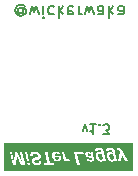
<source format=gbr>
%TF.GenerationSoftware,KiCad,Pcbnew,7.0.5-0*%
%TF.CreationDate,2023-10-01T08:52:51-07:00*%
%TF.ProjectId,MiSTerLaggy,4d695354-6572-44c6-9167-67792e6b6963,rev?*%
%TF.SameCoordinates,Original*%
%TF.FileFunction,Legend,Bot*%
%TF.FilePolarity,Positive*%
%FSLAX46Y46*%
G04 Gerber Fmt 4.6, Leading zero omitted, Abs format (unit mm)*
G04 Created by KiCad (PCBNEW 7.0.5-0) date 2023-10-01 08:52:51*
%MOMM*%
%LPD*%
G01*
G04 APERTURE LIST*
%ADD10C,0.150000*%
%ADD11C,0.200000*%
%ADD12C,0.650000*%
%ADD13O,1.000000X2.100000*%
%ADD14O,1.000000X1.800000*%
%ADD15C,2.200000*%
G04 APERTURE END LIST*
D10*
X1162969Y-4389038D02*
X1353445Y-3855704D01*
X1353445Y-3855704D02*
X1543922Y-4389038D01*
X2267731Y-3855704D02*
X1810588Y-3855704D01*
X2039160Y-3855704D02*
X2039160Y-4655704D01*
X2039160Y-4655704D02*
X1962969Y-4541419D01*
X1962969Y-4541419D02*
X1886779Y-4465228D01*
X1886779Y-4465228D02*
X1810588Y-4427133D01*
X2610589Y-3931895D02*
X2648684Y-3893800D01*
X2648684Y-3893800D02*
X2610589Y-3855704D01*
X2610589Y-3855704D02*
X2572493Y-3893800D01*
X2572493Y-3893800D02*
X2610589Y-3931895D01*
X2610589Y-3931895D02*
X2610589Y-3855704D01*
X2915350Y-4655704D02*
X3410588Y-4655704D01*
X3410588Y-4655704D02*
X3143922Y-4350942D01*
X3143922Y-4350942D02*
X3258207Y-4350942D01*
X3258207Y-4350942D02*
X3334398Y-4312847D01*
X3334398Y-4312847D02*
X3372493Y-4274752D01*
X3372493Y-4274752D02*
X3410588Y-4198561D01*
X3410588Y-4198561D02*
X3410588Y-4008085D01*
X3410588Y-4008085D02*
X3372493Y-3931895D01*
X3372493Y-3931895D02*
X3334398Y-3893800D01*
X3334398Y-3893800D02*
X3258207Y-3855704D01*
X3258207Y-3855704D02*
X3029636Y-3855704D01*
X3029636Y-3855704D02*
X2953445Y-3893800D01*
X2953445Y-3893800D02*
X2915350Y-3931895D01*
D11*
G36*
X-860399Y-6679863D02*
G01*
X-858884Y-6690927D01*
X-857771Y-6701642D01*
X-856852Y-6717061D01*
X-856836Y-6731697D01*
X-857721Y-6745548D01*
X-859509Y-6758616D01*
X-862198Y-6770900D01*
X-865790Y-6782399D01*
X-870283Y-6793115D01*
X-875679Y-6803047D01*
X-879777Y-6809233D01*
X-886435Y-6817875D01*
X-896119Y-6828076D01*
X-906727Y-6836766D01*
X-918259Y-6843944D01*
X-930714Y-6849611D01*
X-944093Y-6853767D01*
X-954733Y-6855893D01*
X-965893Y-6857168D01*
X-977572Y-6857593D01*
X-990156Y-6857146D01*
X-1002517Y-6855807D01*
X-1014657Y-6853576D01*
X-1026574Y-6850452D01*
X-1038270Y-6846435D01*
X-1049744Y-6841526D01*
X-1060996Y-6835724D01*
X-1072025Y-6829030D01*
X-1082833Y-6821443D01*
X-1093419Y-6812963D01*
X-1100353Y-6806815D01*
X-1110347Y-6796925D01*
X-1119675Y-6786397D01*
X-1128337Y-6775232D01*
X-1136333Y-6763429D01*
X-1143664Y-6750989D01*
X-1150328Y-6737911D01*
X-1156327Y-6724195D01*
X-1161659Y-6709843D01*
X-1166326Y-6694852D01*
X-1170327Y-6679224D01*
X-1172624Y-6668451D01*
X-862314Y-6668451D01*
X-860399Y-6679863D01*
G37*
G36*
X1705443Y-6325115D02*
G01*
X1719594Y-6326790D01*
X1730257Y-6328779D01*
X1740963Y-6331397D01*
X1751711Y-6334642D01*
X1762501Y-6338515D01*
X1773334Y-6343017D01*
X1784210Y-6348146D01*
X1795128Y-6353904D01*
X1806088Y-6360290D01*
X1816541Y-6367326D01*
X1826272Y-6374731D01*
X1835280Y-6382505D01*
X1843567Y-6390649D01*
X1851132Y-6399163D01*
X1857974Y-6408045D01*
X1864095Y-6417298D01*
X1869494Y-6426919D01*
X1874588Y-6438235D01*
X1878919Y-6450175D01*
X1882442Y-6461371D01*
X1886014Y-6474028D01*
X1888726Y-6484479D01*
X1891467Y-6495752D01*
X1894236Y-6507847D01*
X1897034Y-6520763D01*
X1897972Y-6525251D01*
X1906301Y-6565283D01*
X1894878Y-6561979D01*
X1881970Y-6558516D01*
X1871313Y-6555814D01*
X1859821Y-6553022D01*
X1847492Y-6550140D01*
X1834328Y-6547169D01*
X1820327Y-6544108D01*
X1805491Y-6540957D01*
X1789819Y-6537716D01*
X1778906Y-6535506D01*
X1773311Y-6534386D01*
X1762294Y-6532172D01*
X1751746Y-6529961D01*
X1736801Y-6526654D01*
X1722909Y-6523356D01*
X1710071Y-6520068D01*
X1698285Y-6516788D01*
X1687553Y-6513519D01*
X1674882Y-6509174D01*
X1664083Y-6504846D01*
X1653217Y-6499459D01*
X1642121Y-6492239D01*
X1632210Y-6484548D01*
X1623483Y-6476388D01*
X1615939Y-6467757D01*
X1609579Y-6458656D01*
X1604403Y-6449084D01*
X1600411Y-6439043D01*
X1597602Y-6428531D01*
X1595685Y-6415548D01*
X1595472Y-6403129D01*
X1596965Y-6391273D01*
X1600163Y-6379982D01*
X1605067Y-6369255D01*
X1611676Y-6359092D01*
X1614797Y-6355185D01*
X1623609Y-6346362D01*
X1633588Y-6339034D01*
X1644735Y-6333201D01*
X1657049Y-6328864D01*
X1667741Y-6326471D01*
X1679181Y-6325036D01*
X1691367Y-6324557D01*
X1705443Y-6325115D01*
G37*
G36*
X2631361Y-6342318D02*
G01*
X2645348Y-6344019D01*
X2659155Y-6346852D01*
X2672783Y-6350819D01*
X2686232Y-6355920D01*
X2699501Y-6362154D01*
X2712590Y-6369521D01*
X2725501Y-6378022D01*
X2738231Y-6387656D01*
X2746619Y-6394709D01*
X2754927Y-6402265D01*
X2759050Y-6406232D01*
X2767156Y-6414534D01*
X2774948Y-6423322D01*
X2782428Y-6432594D01*
X2789595Y-6442351D01*
X2796449Y-6452593D01*
X2802990Y-6463319D01*
X2809219Y-6474531D01*
X2815135Y-6486228D01*
X2820738Y-6498409D01*
X2826028Y-6511075D01*
X2831006Y-6524226D01*
X2835671Y-6537862D01*
X2840023Y-6551983D01*
X2844063Y-6566588D01*
X2847789Y-6581679D01*
X2851203Y-6597254D01*
X2854409Y-6613511D01*
X2857110Y-6629234D01*
X2859304Y-6644424D01*
X2860993Y-6659081D01*
X2862176Y-6673205D01*
X2862853Y-6686796D01*
X2863024Y-6699854D01*
X2862689Y-6712378D01*
X2861848Y-6724369D01*
X2860502Y-6735828D01*
X2858649Y-6746753D01*
X2854922Y-6762141D01*
X2850057Y-6776329D01*
X2844054Y-6789318D01*
X2841800Y-6793381D01*
X2834501Y-6804857D01*
X2826508Y-6815203D01*
X2817821Y-6824421D01*
X2808439Y-6832510D01*
X2798363Y-6839470D01*
X2787593Y-6845302D01*
X2776129Y-6850005D01*
X2763970Y-6853579D01*
X2751118Y-6856025D01*
X2737571Y-6857342D01*
X2728154Y-6857593D01*
X2714265Y-6857040D01*
X2700608Y-6855382D01*
X2687182Y-6852620D01*
X2673988Y-6848752D01*
X2661025Y-6843779D01*
X2648293Y-6837701D01*
X2635793Y-6830518D01*
X2623525Y-6822229D01*
X2611487Y-6812836D01*
X2599682Y-6802337D01*
X2591939Y-6794725D01*
X2584384Y-6786608D01*
X2577100Y-6777975D01*
X2570086Y-6768825D01*
X2563343Y-6759160D01*
X2556871Y-6748978D01*
X2550670Y-6738279D01*
X2544739Y-6727065D01*
X2539079Y-6715333D01*
X2533690Y-6703086D01*
X2528572Y-6690322D01*
X2523724Y-6677042D01*
X2519147Y-6663246D01*
X2514841Y-6648933D01*
X2510806Y-6634104D01*
X2507042Y-6618758D01*
X2503548Y-6602896D01*
X2500270Y-6586254D01*
X2497490Y-6570178D01*
X2495208Y-6554668D01*
X2493423Y-6539726D01*
X2492135Y-6525350D01*
X2491345Y-6511541D01*
X2491052Y-6498299D01*
X2491256Y-6485623D01*
X2491959Y-6473514D01*
X2493158Y-6461972D01*
X2494855Y-6450996D01*
X2498333Y-6435596D01*
X2502931Y-6421470D01*
X2508648Y-6408620D01*
X2510802Y-6404620D01*
X2517763Y-6393385D01*
X2525348Y-6383255D01*
X2533556Y-6374230D01*
X2542387Y-6366310D01*
X2551842Y-6359495D01*
X2561920Y-6353785D01*
X2572622Y-6349181D01*
X2583947Y-6345681D01*
X2595895Y-6343287D01*
X2608467Y-6341997D01*
X2617194Y-6341752D01*
X2631361Y-6342318D01*
G37*
G36*
X3571696Y-6342318D02*
G01*
X3585683Y-6344019D01*
X3599490Y-6346852D01*
X3613118Y-6350819D01*
X3626567Y-6355920D01*
X3639836Y-6362154D01*
X3652925Y-6369521D01*
X3665836Y-6378022D01*
X3678566Y-6387656D01*
X3686954Y-6394709D01*
X3695261Y-6402265D01*
X3699385Y-6406232D01*
X3707491Y-6414534D01*
X3715283Y-6423322D01*
X3722763Y-6432594D01*
X3729929Y-6442351D01*
X3736784Y-6452593D01*
X3743325Y-6463319D01*
X3749554Y-6474531D01*
X3755470Y-6486228D01*
X3761073Y-6498409D01*
X3766363Y-6511075D01*
X3771341Y-6524226D01*
X3776006Y-6537862D01*
X3780358Y-6551983D01*
X3784398Y-6566588D01*
X3788124Y-6581679D01*
X3791538Y-6597254D01*
X3794744Y-6613511D01*
X3797445Y-6629234D01*
X3799639Y-6644424D01*
X3801328Y-6659081D01*
X3802511Y-6673205D01*
X3803187Y-6686796D01*
X3803359Y-6699854D01*
X3803024Y-6712378D01*
X3802183Y-6724369D01*
X3800837Y-6735828D01*
X3798984Y-6746753D01*
X3795257Y-6762141D01*
X3790392Y-6776329D01*
X3784389Y-6789318D01*
X3782135Y-6793381D01*
X3774836Y-6804857D01*
X3766843Y-6815203D01*
X3758156Y-6824421D01*
X3748774Y-6832510D01*
X3738698Y-6839470D01*
X3727928Y-6845302D01*
X3716464Y-6850005D01*
X3704305Y-6853579D01*
X3691453Y-6856025D01*
X3677906Y-6857342D01*
X3668489Y-6857593D01*
X3654600Y-6857040D01*
X3640943Y-6855382D01*
X3627517Y-6852620D01*
X3614323Y-6848752D01*
X3601360Y-6843779D01*
X3588628Y-6837701D01*
X3576128Y-6830518D01*
X3563860Y-6822229D01*
X3551822Y-6812836D01*
X3540016Y-6802337D01*
X3532274Y-6794725D01*
X3524719Y-6786608D01*
X3517435Y-6777975D01*
X3510421Y-6768825D01*
X3503678Y-6759160D01*
X3497206Y-6748978D01*
X3491005Y-6738279D01*
X3485074Y-6727065D01*
X3479414Y-6715333D01*
X3474025Y-6703086D01*
X3468907Y-6690322D01*
X3464059Y-6677042D01*
X3459482Y-6663246D01*
X3455176Y-6648933D01*
X3451141Y-6634104D01*
X3447377Y-6618758D01*
X3443883Y-6602896D01*
X3440605Y-6586254D01*
X3437825Y-6570178D01*
X3435543Y-6554668D01*
X3433758Y-6539726D01*
X3432470Y-6525350D01*
X3431680Y-6511541D01*
X3431387Y-6498299D01*
X3431591Y-6485623D01*
X3432294Y-6473514D01*
X3433493Y-6461972D01*
X3435190Y-6450996D01*
X3438668Y-6435596D01*
X3443266Y-6421470D01*
X3448983Y-6408620D01*
X3451137Y-6404620D01*
X3458098Y-6393385D01*
X3465683Y-6383255D01*
X3473891Y-6374230D01*
X3482722Y-6366310D01*
X3492177Y-6359495D01*
X3502255Y-6353785D01*
X3512957Y-6349181D01*
X3524282Y-6345681D01*
X3536230Y-6343287D01*
X3548802Y-6341997D01*
X3557529Y-6341752D01*
X3571696Y-6342318D01*
G37*
G36*
X5465476Y-7778993D02*
G01*
X-5449944Y-7778993D01*
X-5449944Y-6187000D01*
X-4992802Y-6187000D01*
X-4760405Y-7304655D01*
X-4432900Y-7304655D01*
X-4395018Y-6542177D01*
X-4041989Y-7304655D01*
X-3713947Y-7304655D01*
X-3753276Y-7115513D01*
X-3516208Y-7115513D01*
X-3476982Y-7304655D01*
X-3269034Y-7304655D01*
X-3308259Y-7115513D01*
X-3516208Y-7115513D01*
X-3753276Y-7115513D01*
X-3946344Y-6187000D01*
X-3709379Y-6187000D01*
X-3541462Y-6995150D01*
X-3333514Y-6995150D01*
X-3435733Y-6503191D01*
X-3263203Y-6503191D01*
X-3262891Y-6514157D01*
X-3262371Y-6525294D01*
X-3261642Y-6536605D01*
X-3260705Y-6548088D01*
X-3043891Y-6565283D01*
X-3044092Y-6552204D01*
X-3043891Y-6539566D01*
X-3043286Y-6527369D01*
X-3042279Y-6515613D01*
X-3040868Y-6504297D01*
X-3039055Y-6493423D01*
X-3035579Y-6477937D01*
X-3031196Y-6463443D01*
X-3025907Y-6449941D01*
X-3019711Y-6437431D01*
X-3012608Y-6425912D01*
X-3004598Y-6415385D01*
X-2998755Y-6408919D01*
X-2989234Y-6399988D01*
X-2978806Y-6391936D01*
X-2967472Y-6384762D01*
X-2955231Y-6378467D01*
X-2942083Y-6373050D01*
X-2928028Y-6368511D01*
X-2913067Y-6364851D01*
X-2897199Y-6362070D01*
X-2886116Y-6360703D01*
X-2874631Y-6359727D01*
X-2862742Y-6359142D01*
X-2850451Y-6358946D01*
X-2837419Y-6359122D01*
X-2824722Y-6359648D01*
X-2812358Y-6360524D01*
X-2800327Y-6361751D01*
X-2788631Y-6363328D01*
X-2777268Y-6365256D01*
X-2766239Y-6367534D01*
X-2755544Y-6370163D01*
X-2745182Y-6373143D01*
X-2730266Y-6378269D01*
X-2716100Y-6384184D01*
X-2702686Y-6390888D01*
X-2690022Y-6398381D01*
X-2681996Y-6403814D01*
X-2670604Y-6412409D01*
X-2660105Y-6421269D01*
X-2650499Y-6430393D01*
X-2641784Y-6439782D01*
X-2633963Y-6449435D01*
X-2627034Y-6459352D01*
X-2620998Y-6469534D01*
X-2615854Y-6479981D01*
X-2611603Y-6490692D01*
X-2608244Y-6501667D01*
X-2606501Y-6509131D01*
X-2604592Y-6520939D01*
X-2603903Y-6532183D01*
X-2604687Y-6544931D01*
X-2607228Y-6556867D01*
X-2611526Y-6567990D01*
X-2615367Y-6574955D01*
X-2622933Y-6584885D01*
X-2631099Y-6592785D01*
X-2640957Y-6600344D01*
X-2650063Y-6606145D01*
X-2660251Y-6611729D01*
X-2671522Y-6617094D01*
X-2683877Y-6622240D01*
X-2694275Y-6626077D01*
X-2707604Y-6630603D01*
X-2719523Y-6634448D01*
X-2733090Y-6638681D01*
X-2748306Y-6643302D01*
X-2759365Y-6646597D01*
X-2771157Y-6650065D01*
X-2783682Y-6653704D01*
X-2796939Y-6657516D01*
X-2810928Y-6661500D01*
X-2825651Y-6665656D01*
X-2841105Y-6669984D01*
X-2849107Y-6672212D01*
X-2869437Y-6678033D01*
X-2888916Y-6684009D01*
X-2907546Y-6690140D01*
X-2925325Y-6696426D01*
X-2942254Y-6702868D01*
X-2958333Y-6709465D01*
X-2973562Y-6716217D01*
X-2987941Y-6723125D01*
X-3001470Y-6730188D01*
X-3014149Y-6737406D01*
X-3025977Y-6744780D01*
X-3036956Y-6752309D01*
X-3047085Y-6759993D01*
X-3056363Y-6767833D01*
X-3064791Y-6775828D01*
X-3072370Y-6783978D01*
X-3082054Y-6795689D01*
X-3090891Y-6807717D01*
X-3098880Y-6820062D01*
X-3106020Y-6832724D01*
X-3112313Y-6845703D01*
X-3117758Y-6858999D01*
X-3122354Y-6872612D01*
X-3126103Y-6886542D01*
X-3129004Y-6900788D01*
X-3131057Y-6915352D01*
X-3132261Y-6930232D01*
X-3132618Y-6945430D01*
X-3132127Y-6960944D01*
X-3130788Y-6976776D01*
X-3128601Y-6992924D01*
X-3125566Y-7009390D01*
X-3123175Y-7020026D01*
X-3120436Y-7030577D01*
X-3117348Y-7041041D01*
X-3113912Y-7051419D01*
X-3110128Y-7061711D01*
X-3105995Y-7071918D01*
X-3101514Y-7082038D01*
X-3096684Y-7092072D01*
X-3091506Y-7102020D01*
X-3085979Y-7111882D01*
X-3080104Y-7121658D01*
X-3073881Y-7131348D01*
X-3067309Y-7140951D01*
X-3060389Y-7150469D01*
X-3053120Y-7159901D01*
X-3045503Y-7169247D01*
X-3037546Y-7178443D01*
X-3029324Y-7187361D01*
X-3020838Y-7195999D01*
X-3012087Y-7204358D01*
X-3003072Y-7212438D01*
X-2993793Y-7220239D01*
X-2984249Y-7227760D01*
X-2974440Y-7235003D01*
X-2964368Y-7241966D01*
X-2954030Y-7248650D01*
X-2943428Y-7255055D01*
X-2932562Y-7261181D01*
X-2921431Y-7267028D01*
X-2910036Y-7272595D01*
X-2898376Y-7277884D01*
X-2886452Y-7282893D01*
X-2874253Y-7287610D01*
X-2861835Y-7292023D01*
X-2849200Y-7296132D01*
X-2836346Y-7299936D01*
X-2823273Y-7303436D01*
X-2809983Y-7306632D01*
X-2796474Y-7309523D01*
X-2782746Y-7312110D01*
X-2768801Y-7314393D01*
X-2754637Y-7316371D01*
X-2740255Y-7318045D01*
X-2725655Y-7319415D01*
X-2710836Y-7320480D01*
X-2695799Y-7321241D01*
X-2680544Y-7321697D01*
X-2665070Y-7321849D01*
X-2652443Y-7321758D01*
X-2640051Y-7321483D01*
X-2627893Y-7321025D01*
X-2615971Y-7320384D01*
X-2604284Y-7319560D01*
X-2592832Y-7318553D01*
X-2581616Y-7317363D01*
X-2570634Y-7315989D01*
X-2559887Y-7314433D01*
X-2539099Y-7310770D01*
X-2519251Y-7306375D01*
X-2500344Y-7301247D01*
X-2482377Y-7295387D01*
X-2465350Y-7288794D01*
X-2449263Y-7281468D01*
X-2434117Y-7273410D01*
X-2419912Y-7264620D01*
X-2406646Y-7255097D01*
X-2394321Y-7244841D01*
X-2382936Y-7233853D01*
X-2377596Y-7228085D01*
X-2367552Y-7216120D01*
X-2358374Y-7203665D01*
X-2350063Y-7190722D01*
X-2342619Y-7177290D01*
X-2336042Y-7163368D01*
X-2330332Y-7148958D01*
X-2325489Y-7134058D01*
X-2321512Y-7118670D01*
X-2320894Y-7115513D01*
X-2138214Y-7115513D01*
X-2098989Y-7304655D01*
X-1237910Y-7304655D01*
X-1277136Y-7115513D01*
X-1597924Y-7115513D01*
X-1732793Y-6467245D01*
X-1420210Y-6467245D01*
X-1419699Y-6485730D01*
X-1418488Y-6504665D01*
X-1416576Y-6524049D01*
X-1413963Y-6543882D01*
X-1410649Y-6564164D01*
X-1406633Y-6584896D01*
X-1403949Y-6597337D01*
X-1401101Y-6609609D01*
X-1398089Y-6621710D01*
X-1394913Y-6633642D01*
X-1391573Y-6645403D01*
X-1388070Y-6656995D01*
X-1384403Y-6668416D01*
X-1384391Y-6668451D01*
X-1380573Y-6679668D01*
X-1376578Y-6690749D01*
X-1372420Y-6701661D01*
X-1368099Y-6712402D01*
X-1363613Y-6722974D01*
X-1358964Y-6733375D01*
X-1354151Y-6743606D01*
X-1349174Y-6753668D01*
X-1344034Y-6763559D01*
X-1338730Y-6773281D01*
X-1333262Y-6782832D01*
X-1327631Y-6792213D01*
X-1321835Y-6801424D01*
X-1315876Y-6810466D01*
X-1309754Y-6819337D01*
X-1297017Y-6836569D01*
X-1283626Y-6853122D01*
X-1269580Y-6868994D01*
X-1254878Y-6884187D01*
X-1239522Y-6898699D01*
X-1223687Y-6912461D01*
X-1207614Y-6925335D01*
X-1191304Y-6937321D01*
X-1174757Y-6948419D01*
X-1157973Y-6958629D01*
X-1140951Y-6967952D01*
X-1123692Y-6976387D01*
X-1106196Y-6983933D01*
X-1088463Y-6990592D01*
X-1070493Y-6996363D01*
X-1052286Y-7001247D01*
X-1033841Y-7005242D01*
X-1015159Y-7008350D01*
X-996240Y-7010569D01*
X-977084Y-7011901D01*
X-957691Y-7012345D01*
X-946855Y-7012229D01*
X-925761Y-7011304D01*
X-905434Y-7009452D01*
X-885876Y-7006675D01*
X-867086Y-7002973D01*
X-849065Y-6998345D01*
X-831811Y-6992791D01*
X-815326Y-6986311D01*
X-799609Y-6978906D01*
X-784660Y-6970575D01*
X-770480Y-6961319D01*
X-757067Y-6951137D01*
X-744423Y-6940029D01*
X-732547Y-6927996D01*
X-721439Y-6915037D01*
X-711100Y-6901152D01*
X-706218Y-6893863D01*
X-697130Y-6878560D01*
X-689074Y-6862273D01*
X-682051Y-6845002D01*
X-676060Y-6826746D01*
X-671103Y-6807506D01*
X-667178Y-6787282D01*
X-664285Y-6766073D01*
X-663226Y-6755099D01*
X-662425Y-6743879D01*
X-661883Y-6732413D01*
X-661598Y-6720702D01*
X-661572Y-6708743D01*
X-661804Y-6696539D01*
X-662294Y-6684089D01*
X-663043Y-6671393D01*
X-664049Y-6658450D01*
X-665314Y-6645262D01*
X-666836Y-6631827D01*
X-668617Y-6618146D01*
X-670657Y-6604219D01*
X-672954Y-6590046D01*
X-675509Y-6575627D01*
X-678323Y-6560962D01*
X-681395Y-6546051D01*
X-684725Y-6530893D01*
X-1205133Y-6530893D01*
X-1207202Y-6518839D01*
X-1208840Y-6507125D01*
X-1210048Y-6495751D01*
X-1210825Y-6484716D01*
X-1211185Y-6468802D01*
X-1210577Y-6453654D01*
X-1209000Y-6439270D01*
X-1206455Y-6425651D01*
X-1202943Y-6412798D01*
X-1198462Y-6400710D01*
X-1193012Y-6389386D01*
X-1186595Y-6378828D01*
X-1179387Y-6369129D01*
X-1171564Y-6360384D01*
X-1163128Y-6352593D01*
X-1154078Y-6345757D01*
X-1144414Y-6339874D01*
X-1134136Y-6334945D01*
X-1123244Y-6330970D01*
X-1111738Y-6327949D01*
X-1099618Y-6325882D01*
X-1086884Y-6324769D01*
X-1078054Y-6324557D01*
X-1066056Y-6324939D01*
X-1054377Y-6326085D01*
X-1043018Y-6327995D01*
X-1031977Y-6330669D01*
X-1021256Y-6334107D01*
X-1010853Y-6338309D01*
X-1000770Y-6343276D01*
X-991005Y-6349006D01*
X-981560Y-6355584D01*
X-972434Y-6363094D01*
X-963627Y-6371536D01*
X-955138Y-6380910D01*
X-946969Y-6391216D01*
X-939119Y-6402454D01*
X-931588Y-6414624D01*
X-926149Y-6424362D01*
X-924376Y-6427725D01*
X-724219Y-6393336D01*
X-732214Y-6379871D01*
X-740482Y-6366813D01*
X-749022Y-6354163D01*
X-757836Y-6341920D01*
X-766922Y-6330084D01*
X-776282Y-6318655D01*
X-785914Y-6307633D01*
X-795819Y-6297019D01*
X-805997Y-6286811D01*
X-816447Y-6277011D01*
X-827171Y-6267619D01*
X-838167Y-6258633D01*
X-849437Y-6250054D01*
X-860979Y-6241883D01*
X-872794Y-6234119D01*
X-884882Y-6226762D01*
X-897230Y-6219865D01*
X-909826Y-6213413D01*
X-922669Y-6207406D01*
X-935761Y-6201843D01*
X-949100Y-6196726D01*
X-962686Y-6192054D01*
X-976520Y-6187826D01*
X-979596Y-6187000D01*
X-581019Y-6187000D01*
X-413102Y-6995150D01*
X-220199Y-6995150D01*
X-243842Y-6880967D01*
X-235632Y-6890858D01*
X-227592Y-6900315D01*
X-219722Y-6909337D01*
X-212022Y-6917925D01*
X-204492Y-6926079D01*
X-193516Y-6937494D01*
X-182922Y-6947932D01*
X-172711Y-6957392D01*
X-162882Y-6965875D01*
X-153436Y-6973380D01*
X-144372Y-6979908D01*
X-132883Y-6987090D01*
X-121578Y-6993009D01*
X-110096Y-6998139D01*
X-98439Y-7002480D01*
X-86605Y-7006031D01*
X-74594Y-7008793D01*
X-62408Y-7010767D01*
X-50045Y-7011950D01*
X-37506Y-7012345D01*
X-24334Y-7011962D01*
X-11418Y-7010815D01*
X1244Y-7008902D01*
X13650Y-7006224D01*
X25802Y-7002782D01*
X37698Y-6998574D01*
X49339Y-6993601D01*
X60726Y-6987863D01*
X71857Y-6981360D01*
X82733Y-6974091D01*
X89842Y-6968821D01*
X-15475Y-6771082D01*
X-26818Y-6779268D01*
X-38144Y-6786362D01*
X-49453Y-6792365D01*
X-60745Y-6797277D01*
X-72021Y-6801097D01*
X-83280Y-6803826D01*
X-94522Y-6805463D01*
X-105747Y-6806009D01*
X-116561Y-6805631D01*
X-129701Y-6804096D01*
X-142420Y-6801380D01*
X-154720Y-6797484D01*
X-166600Y-6792407D01*
X-178061Y-6786150D01*
X-184735Y-6781829D01*
X-193463Y-6775175D01*
X-202048Y-6767304D01*
X-210490Y-6758215D01*
X-218789Y-6747909D01*
X-226945Y-6736386D01*
X-232969Y-6726945D01*
X-238913Y-6716818D01*
X-244776Y-6706007D01*
X-250559Y-6694512D01*
X-256401Y-6681508D01*
X-260406Y-6671487D01*
X-264499Y-6660386D01*
X-268680Y-6648204D01*
X-272949Y-6634940D01*
X-277306Y-6620596D01*
X-281752Y-6605171D01*
X-286286Y-6588664D01*
X-290908Y-6571077D01*
X-295618Y-6552409D01*
X-300416Y-6532660D01*
X-305302Y-6511830D01*
X-307779Y-6501009D01*
X-310277Y-6489919D01*
X-312797Y-6478558D01*
X-315340Y-6466927D01*
X-317904Y-6455025D01*
X-320490Y-6442854D01*
X-323099Y-6430412D01*
X-373608Y-6187000D01*
X461409Y-6187000D01*
X693806Y-7304655D01*
X912501Y-7304655D01*
X719330Y-6376141D01*
X1263381Y-6376141D01*
X1258972Y-6354881D01*
X1380041Y-6354881D01*
X1380343Y-6366811D01*
X1381250Y-6379025D01*
X1382761Y-6391522D01*
X1384683Y-6403129D01*
X1384877Y-6404303D01*
X1386161Y-6410799D01*
X1389130Y-6423613D01*
X1392594Y-6436163D01*
X1396554Y-6448448D01*
X1401009Y-6460469D01*
X1405961Y-6472225D01*
X1411409Y-6483717D01*
X1417352Y-6494945D01*
X1423792Y-6505907D01*
X1430727Y-6516606D01*
X1438158Y-6527040D01*
X1443387Y-6533849D01*
X1451627Y-6543800D01*
X1460225Y-6553303D01*
X1469183Y-6562357D01*
X1478499Y-6570963D01*
X1488174Y-6579119D01*
X1498208Y-6586828D01*
X1508601Y-6594087D01*
X1519353Y-6600898D01*
X1530464Y-6607260D01*
X1541934Y-6613174D01*
X1549780Y-6616867D01*
X1562100Y-6622193D01*
X1575285Y-6627392D01*
X1589334Y-6632464D01*
X1604248Y-6637407D01*
X1614670Y-6640632D01*
X1625477Y-6643801D01*
X1636667Y-6646913D01*
X1648242Y-6649968D01*
X1660201Y-6652966D01*
X1672544Y-6655908D01*
X1685271Y-6658793D01*
X1698382Y-6661621D01*
X1711877Y-6664393D01*
X1725757Y-6667108D01*
X1744344Y-6670652D01*
X1762224Y-6674164D01*
X1779397Y-6677646D01*
X1795862Y-6681095D01*
X1811620Y-6684513D01*
X1826671Y-6687900D01*
X1841014Y-6691255D01*
X1854650Y-6694579D01*
X1867578Y-6697871D01*
X1879799Y-6701132D01*
X1891313Y-6704361D01*
X1902120Y-6707559D01*
X1917003Y-6712296D01*
X1930295Y-6716963D01*
X1938272Y-6720035D01*
X1942840Y-6741797D01*
X1944980Y-6753218D01*
X1946464Y-6764006D01*
X1947421Y-6777406D01*
X1947211Y-6789681D01*
X1945834Y-6800830D01*
X1942472Y-6813185D01*
X1937286Y-6823783D01*
X1931824Y-6830995D01*
X1922935Y-6838657D01*
X1911213Y-6845021D01*
X1899794Y-6849177D01*
X1886562Y-6852502D01*
X1875448Y-6854450D01*
X1863314Y-6855930D01*
X1850160Y-6856943D01*
X1835986Y-6857489D01*
X1825969Y-6857593D01*
X1812372Y-6857236D01*
X1799388Y-6856165D01*
X1787017Y-6854381D01*
X1775259Y-6851883D01*
X1764113Y-6848672D01*
X1753580Y-6844747D01*
X1743661Y-6840108D01*
X1734354Y-6834756D01*
X1725492Y-6828505D01*
X1716773Y-6821171D01*
X1708197Y-6812755D01*
X1699763Y-6803255D01*
X1691472Y-6792672D01*
X1683324Y-6781006D01*
X1677307Y-6771545D01*
X1671369Y-6761476D01*
X1667456Y-6754424D01*
X1486374Y-6788814D01*
X1493424Y-6802822D01*
X1500735Y-6816369D01*
X1508309Y-6829454D01*
X1516146Y-6842077D01*
X1524245Y-6854239D01*
X1532606Y-6865938D01*
X1541230Y-6877176D01*
X1550116Y-6887952D01*
X1559264Y-6898266D01*
X1568675Y-6908119D01*
X1578348Y-6917510D01*
X1588283Y-6926439D01*
X1598481Y-6934906D01*
X1608941Y-6942911D01*
X1619664Y-6950455D01*
X1630648Y-6957537D01*
X1642047Y-6964174D01*
X1653943Y-6970382D01*
X1666336Y-6976163D01*
X1679227Y-6981515D01*
X1692615Y-6986440D01*
X1706501Y-6990936D01*
X1720884Y-6995003D01*
X1735765Y-6998643D01*
X1751143Y-7001854D01*
X1767018Y-7004638D01*
X1783391Y-7006993D01*
X1800261Y-7008919D01*
X1817629Y-7010418D01*
X1835495Y-7011489D01*
X1853857Y-7012131D01*
X1872718Y-7012345D01*
X1889807Y-7012213D01*
X1906284Y-7011816D01*
X1922148Y-7011155D01*
X1937399Y-7010229D01*
X1952037Y-7009039D01*
X1966063Y-7007584D01*
X1979475Y-7005865D01*
X1992274Y-7003882D01*
X2004461Y-7001634D01*
X2016035Y-6999121D01*
X2026995Y-6996345D01*
X2037343Y-6993303D01*
X2051716Y-6988245D01*
X2064710Y-6982592D01*
X2072606Y-6978493D01*
X2083654Y-6971985D01*
X2093927Y-6965156D01*
X2103426Y-6958006D01*
X2112150Y-6950535D01*
X2120100Y-6942742D01*
X2127275Y-6934629D01*
X2135638Y-6923311D01*
X2142623Y-6911423D01*
X2148232Y-6898963D01*
X2150519Y-6892519D01*
X2153289Y-6882030D01*
X2155251Y-6870005D01*
X2156406Y-6856445D01*
X2156753Y-6841351D01*
X2156536Y-6830435D01*
X2155960Y-6818837D01*
X2155025Y-6806557D01*
X2153731Y-6793595D01*
X2152078Y-6779951D01*
X2150066Y-6765625D01*
X2147695Y-6750616D01*
X2144966Y-6734925D01*
X2141877Y-6718552D01*
X2138429Y-6701497D01*
X2084159Y-6452174D01*
X2081489Y-6439093D01*
X2078987Y-6426449D01*
X2076653Y-6414242D01*
X2074487Y-6402471D01*
X2072488Y-6391136D01*
X2070658Y-6380238D01*
X2068227Y-6364710D01*
X2066175Y-6350164D01*
X2064500Y-6336601D01*
X2063203Y-6324020D01*
X2062283Y-6312421D01*
X2061645Y-6298484D01*
X2061591Y-6295272D01*
X2061704Y-6282532D01*
X2062313Y-6269564D01*
X2063417Y-6256370D01*
X2065016Y-6242949D01*
X2067111Y-6229302D01*
X2069701Y-6215428D01*
X2071969Y-6204873D01*
X2074515Y-6194192D01*
X2076367Y-6187000D01*
X1871106Y-6187000D01*
X1869616Y-6197666D01*
X1868401Y-6208447D01*
X1867242Y-6220738D01*
X1866320Y-6232136D01*
X1865437Y-6244582D01*
X1864926Y-6252554D01*
X1864165Y-6263527D01*
X1863365Y-6274568D01*
X1863046Y-6278615D01*
X1850891Y-6268630D01*
X1838708Y-6259126D01*
X1826497Y-6250104D01*
X1814257Y-6241564D01*
X1801989Y-6233506D01*
X1789693Y-6225929D01*
X1777369Y-6218834D01*
X1765016Y-6212221D01*
X1752634Y-6206089D01*
X1740225Y-6200439D01*
X1731936Y-6196940D01*
X1719520Y-6192091D01*
X1707057Y-6187718D01*
X1694547Y-6183823D01*
X1681989Y-6180405D01*
X1669384Y-6177463D01*
X1656732Y-6174999D01*
X1644033Y-6173011D01*
X1631287Y-6171501D01*
X1618493Y-6170467D01*
X1605652Y-6169911D01*
X1597065Y-6169805D01*
X1582174Y-6170071D01*
X1567793Y-6170871D01*
X1553922Y-6172204D01*
X1540561Y-6174070D01*
X1527710Y-6176469D01*
X1515369Y-6179401D01*
X1503538Y-6182867D01*
X1492218Y-6186865D01*
X1481407Y-6191397D01*
X1471106Y-6196462D01*
X1461316Y-6202060D01*
X1452035Y-6208191D01*
X1443265Y-6214855D01*
X1435004Y-6222052D01*
X1427254Y-6229783D01*
X1420013Y-6238046D01*
X1413364Y-6246718D01*
X1407319Y-6255673D01*
X1399385Y-6269637D01*
X1392811Y-6284239D01*
X1387597Y-6299478D01*
X1384877Y-6309992D01*
X1382761Y-6320789D01*
X1381250Y-6331870D01*
X1380343Y-6343233D01*
X1380041Y-6354881D01*
X1258972Y-6354881D01*
X1224155Y-6187000D01*
X461409Y-6187000D01*
X-373608Y-6187000D01*
X-581019Y-6187000D01*
X-979596Y-6187000D01*
X-990602Y-6184044D01*
X-1004932Y-6180707D01*
X-1019509Y-6177814D01*
X-1034334Y-6175367D01*
X-1049407Y-6173365D01*
X-1064727Y-6171807D01*
X-1080295Y-6170695D01*
X-1096111Y-6170027D01*
X-1112174Y-6169805D01*
X-1124854Y-6169939D01*
X-1137269Y-6170341D01*
X-1149420Y-6171011D01*
X-1161307Y-6171950D01*
X-1172929Y-6173157D01*
X-1184286Y-6174631D01*
X-1195379Y-6176374D01*
X-1206208Y-6178385D01*
X-1216772Y-6180665D01*
X-1237107Y-6186027D01*
X-1256383Y-6192463D01*
X-1274602Y-6199971D01*
X-1291764Y-6208551D01*
X-1307867Y-6218205D01*
X-1322912Y-6228930D01*
X-1336900Y-6240728D01*
X-1349829Y-6253599D01*
X-1361701Y-6267543D01*
X-1372515Y-6282559D01*
X-1382271Y-6298647D01*
X-1386752Y-6307094D01*
X-1393253Y-6321087D01*
X-1399052Y-6335530D01*
X-1404150Y-6350423D01*
X-1408548Y-6365764D01*
X-1412244Y-6381554D01*
X-1415239Y-6397794D01*
X-1417533Y-6414483D01*
X-1419126Y-6431621D01*
X-1420019Y-6449208D01*
X-1420210Y-6467245D01*
X-1732793Y-6467245D01*
X-1791096Y-6187000D01*
X-2009791Y-6187000D01*
X-1816619Y-7115513D01*
X-2138214Y-7115513D01*
X-2320894Y-7115513D01*
X-2318403Y-7102792D01*
X-2316160Y-7086426D01*
X-2314784Y-7069570D01*
X-2314275Y-7052225D01*
X-2314633Y-7034391D01*
X-2315858Y-7016068D01*
X-2317949Y-6997257D01*
X-2320908Y-6977956D01*
X-2539871Y-6977956D01*
X-2539635Y-6993012D01*
X-2540136Y-7007252D01*
X-2541373Y-7020674D01*
X-2543347Y-7033280D01*
X-2546058Y-7045069D01*
X-2549506Y-7056040D01*
X-2553690Y-7066195D01*
X-2560415Y-7078463D01*
X-2568450Y-7089279D01*
X-2575335Y-7096438D01*
X-2585851Y-7104939D01*
X-2598055Y-7112306D01*
X-2608315Y-7117088D01*
X-2619524Y-7121232D01*
X-2631682Y-7124738D01*
X-2644790Y-7127607D01*
X-2658847Y-7129839D01*
X-2673853Y-7131433D01*
X-2689809Y-7132389D01*
X-2700973Y-7132672D01*
X-2706714Y-7132708D01*
X-2718474Y-7132555D01*
X-2729979Y-7132095D01*
X-2741227Y-7131329D01*
X-2752219Y-7130256D01*
X-2762955Y-7128877D01*
X-2778580Y-7126234D01*
X-2793628Y-7122901D01*
X-2808099Y-7118879D01*
X-2821995Y-7114168D01*
X-2835314Y-7108767D01*
X-2848058Y-7102676D01*
X-2860225Y-7095896D01*
X-2864153Y-7093482D01*
X-2873611Y-7086900D01*
X-2882103Y-7079780D01*
X-2891361Y-7070125D01*
X-2899110Y-7059630D01*
X-2905350Y-7048296D01*
X-2910082Y-7036122D01*
X-2912781Y-7025778D01*
X-2914447Y-7014041D01*
X-2914408Y-7002842D01*
X-2912663Y-6992180D01*
X-2908318Y-6980097D01*
X-2902822Y-6970619D01*
X-2895620Y-6961678D01*
X-2893975Y-6959955D01*
X-2883614Y-6951143D01*
X-2873442Y-6944430D01*
X-2861210Y-6937627D01*
X-2846919Y-6930734D01*
X-2836248Y-6926089D01*
X-2824662Y-6921405D01*
X-2812160Y-6916680D01*
X-2798744Y-6911915D01*
X-2784412Y-6907111D01*
X-2769165Y-6902266D01*
X-2753003Y-6897382D01*
X-2735926Y-6892458D01*
X-2717934Y-6887494D01*
X-2708594Y-6884997D01*
X-2689981Y-6880020D01*
X-2672022Y-6875031D01*
X-2654718Y-6870029D01*
X-2638069Y-6865015D01*
X-2622075Y-6859988D01*
X-2606736Y-6854948D01*
X-2592052Y-6849896D01*
X-2578022Y-6844831D01*
X-2564648Y-6839754D01*
X-2551928Y-6834664D01*
X-2539863Y-6829561D01*
X-2528453Y-6824446D01*
X-2517698Y-6819318D01*
X-2507598Y-6814178D01*
X-2498152Y-6809025D01*
X-2489362Y-6803859D01*
X-2476967Y-6795835D01*
X-2465270Y-6787276D01*
X-2454273Y-6778184D01*
X-2443974Y-6768559D01*
X-2434374Y-6758400D01*
X-2425474Y-6747707D01*
X-2417272Y-6736480D01*
X-2409769Y-6724720D01*
X-2402966Y-6712426D01*
X-2396861Y-6699599D01*
X-2393179Y-6690750D01*
X-2388281Y-6677005D01*
X-2384266Y-6662669D01*
X-2381134Y-6647743D01*
X-2378885Y-6632227D01*
X-2377520Y-6616120D01*
X-2377100Y-6605055D01*
X-2377072Y-6593727D01*
X-2377438Y-6582136D01*
X-2378195Y-6570283D01*
X-2379346Y-6558168D01*
X-2380888Y-6545791D01*
X-2382824Y-6533151D01*
X-2385151Y-6520248D01*
X-2386462Y-6513699D01*
X-2389141Y-6501790D01*
X-2392205Y-6489976D01*
X-2395656Y-6478257D01*
X-2399493Y-6466632D01*
X-2403716Y-6455101D01*
X-2408325Y-6443665D01*
X-2413321Y-6432323D01*
X-2418703Y-6421076D01*
X-2424470Y-6409923D01*
X-2430625Y-6398865D01*
X-2437165Y-6387901D01*
X-2444092Y-6377031D01*
X-2451404Y-6366256D01*
X-2459103Y-6355576D01*
X-2467189Y-6344989D01*
X-2475660Y-6334498D01*
X-2484424Y-6324221D01*
X-2493455Y-6314281D01*
X-2502752Y-6304676D01*
X-2512316Y-6295407D01*
X-2522147Y-6286474D01*
X-2532244Y-6277876D01*
X-2542607Y-6269615D01*
X-2553238Y-6261689D01*
X-2564134Y-6254099D01*
X-2575298Y-6246845D01*
X-2586728Y-6239927D01*
X-2598424Y-6233345D01*
X-2610387Y-6227098D01*
X-2622617Y-6221187D01*
X-2635113Y-6215613D01*
X-2647876Y-6210374D01*
X-2660887Y-6205461D01*
X-2674197Y-6200865D01*
X-2687804Y-6196587D01*
X-2701710Y-6192625D01*
X-2715913Y-6188980D01*
X-2730415Y-6185652D01*
X-2745215Y-6182641D01*
X-2760313Y-6179947D01*
X-2775709Y-6177570D01*
X-2791403Y-6175510D01*
X-2807395Y-6173767D01*
X-2823685Y-6172340D01*
X-2840273Y-6171231D01*
X-2857159Y-6170439D01*
X-2874343Y-6169963D01*
X-2891825Y-6169805D01*
X-2904558Y-6169899D01*
X-2917065Y-6170182D01*
X-2929347Y-6170653D01*
X-2941403Y-6171312D01*
X-2953233Y-6172160D01*
X-2964838Y-6173196D01*
X-2976217Y-6174420D01*
X-2987370Y-6175833D01*
X-2998298Y-6177434D01*
X-3009000Y-6179224D01*
X-3029727Y-6183368D01*
X-3049552Y-6188266D01*
X-3068474Y-6193918D01*
X-3086494Y-6200323D01*
X-3103611Y-6207481D01*
X-3119825Y-6215393D01*
X-3135137Y-6224059D01*
X-3149546Y-6233478D01*
X-3163053Y-6243650D01*
X-3175657Y-6254577D01*
X-3187359Y-6266256D01*
X-3198193Y-6278692D01*
X-3208193Y-6291817D01*
X-3217361Y-6305634D01*
X-3225695Y-6320141D01*
X-3233195Y-6335338D01*
X-3239863Y-6351226D01*
X-3245697Y-6367805D01*
X-3250697Y-6385074D01*
X-3254865Y-6403034D01*
X-3258199Y-6421684D01*
X-3260700Y-6441025D01*
X-3262368Y-6461057D01*
X-3263202Y-6481779D01*
X-3263203Y-6503191D01*
X-3435733Y-6503191D01*
X-3501431Y-6187000D01*
X-3709379Y-6187000D01*
X-3946344Y-6187000D01*
X-4149456Y-6187000D01*
X-3966494Y-7066884D01*
X-4364659Y-6187000D01*
X-4575294Y-6187000D01*
X-4606728Y-7066884D01*
X-4789690Y-6187000D01*
X-4992802Y-6187000D01*
X-5449944Y-6187000D01*
X-5449944Y-6045479D01*
X2206839Y-6045479D01*
X2207009Y-6057204D01*
X2207888Y-6069206D01*
X2209477Y-6081485D01*
X2211775Y-6094041D01*
X2214261Y-6105056D01*
X2216774Y-6115589D01*
X2217418Y-6118221D01*
X2447397Y-6083831D01*
X2447510Y-6071124D01*
X2449059Y-6060004D01*
X2452681Y-6049036D01*
X2459213Y-6039145D01*
X2464591Y-6034397D01*
X2475504Y-6027823D01*
X2486647Y-6023383D01*
X2499652Y-6019889D01*
X2511398Y-6017773D01*
X2524336Y-6016262D01*
X2538466Y-6015355D01*
X2549846Y-6015071D01*
X2553789Y-6015053D01*
X2568693Y-6015270D01*
X2582978Y-6015922D01*
X2596645Y-6017008D01*
X2609693Y-6018528D01*
X2622122Y-6020484D01*
X2633932Y-6022873D01*
X2645124Y-6025697D01*
X2655698Y-6028956D01*
X2668833Y-6033977D01*
X2680868Y-6039770D01*
X2690217Y-6045390D01*
X2699119Y-6052007D01*
X2707575Y-6059621D01*
X2715585Y-6068232D01*
X2723149Y-6077840D01*
X2730267Y-6088445D01*
X2732990Y-6092966D01*
X2738622Y-6104297D01*
X2743302Y-6116121D01*
X2747036Y-6127138D01*
X2750761Y-6139541D01*
X2754479Y-6153329D01*
X2757261Y-6164579D01*
X2760039Y-6176609D01*
X2762812Y-6189418D01*
X2786992Y-6305482D01*
X2772155Y-6291134D01*
X2757132Y-6277712D01*
X2741922Y-6265216D01*
X2726525Y-6253646D01*
X2710941Y-6243001D01*
X2695171Y-6233282D01*
X2679213Y-6224488D01*
X2663069Y-6216620D01*
X2646738Y-6209678D01*
X2630220Y-6203661D01*
X2613516Y-6198570D01*
X2596624Y-6194405D01*
X2579546Y-6191165D01*
X2562281Y-6188851D01*
X2544829Y-6187462D01*
X2527191Y-6187000D01*
X2507780Y-6187537D01*
X2489107Y-6189149D01*
X2471174Y-6191836D01*
X2453979Y-6195597D01*
X2437523Y-6200433D01*
X2421806Y-6206344D01*
X2406828Y-6213329D01*
X2392588Y-6221389D01*
X2379088Y-6230524D01*
X2366326Y-6240733D01*
X2354303Y-6252017D01*
X2343019Y-6264376D01*
X2332474Y-6277809D01*
X2322668Y-6292317D01*
X2313600Y-6307900D01*
X2305272Y-6324557D01*
X2299384Y-6338365D01*
X2294147Y-6352587D01*
X2289561Y-6367222D01*
X2285625Y-6382270D01*
X2282340Y-6397732D01*
X2279706Y-6413608D01*
X2277723Y-6429897D01*
X2276390Y-6446599D01*
X2275708Y-6463715D01*
X2275676Y-6481245D01*
X2276264Y-6498299D01*
X2276295Y-6499188D01*
X2277565Y-6517544D01*
X2279486Y-6536314D01*
X2282057Y-6555497D01*
X2285279Y-6575094D01*
X2289152Y-6595105D01*
X2291861Y-6607689D01*
X2294717Y-6620087D01*
X2297719Y-6632297D01*
X2300868Y-6644321D01*
X2304163Y-6656158D01*
X2307605Y-6667809D01*
X2311193Y-6679272D01*
X2314927Y-6690549D01*
X2318808Y-6701639D01*
X2322835Y-6712542D01*
X2327008Y-6723258D01*
X2331328Y-6733787D01*
X2335794Y-6744130D01*
X2340407Y-6754286D01*
X2345166Y-6764255D01*
X2350072Y-6774037D01*
X2355124Y-6783633D01*
X2360322Y-6793041D01*
X2371158Y-6811298D01*
X2382580Y-6828807D01*
X2394587Y-6845570D01*
X2407179Y-6861585D01*
X2420358Y-6876853D01*
X2434122Y-6891373D01*
X2448471Y-6905147D01*
X2463240Y-6918128D01*
X2478193Y-6930271D01*
X2493330Y-6941577D01*
X2508653Y-6952046D01*
X2524160Y-6961677D01*
X2539852Y-6970471D01*
X2555728Y-6978427D01*
X2571789Y-6985545D01*
X2588035Y-6991827D01*
X2604466Y-6997270D01*
X2621081Y-7001876D01*
X2637882Y-7005645D01*
X2654866Y-7008576D01*
X2672036Y-7010670D01*
X2689390Y-7011926D01*
X2706929Y-7012345D01*
X2724830Y-7011859D01*
X2742129Y-7010401D01*
X2758825Y-7007972D01*
X2774919Y-7004570D01*
X2790410Y-7000197D01*
X2805299Y-6994852D01*
X2819586Y-6988535D01*
X2833270Y-6981247D01*
X2846352Y-6972986D01*
X2858831Y-6963754D01*
X2870708Y-6953550D01*
X2881982Y-6942374D01*
X2892655Y-6930226D01*
X2902724Y-6917107D01*
X2912192Y-6903015D01*
X2921057Y-6887952D01*
X2943356Y-6995150D01*
X3137871Y-6995150D01*
X2987418Y-6270824D01*
X2983659Y-6253240D01*
X2979840Y-6236220D01*
X2975960Y-6219765D01*
X2972020Y-6203875D01*
X2968018Y-6188550D01*
X2963955Y-6173789D01*
X2959832Y-6159592D01*
X2955648Y-6145961D01*
X2951402Y-6132894D01*
X2947096Y-6120391D01*
X2942730Y-6108453D01*
X2938302Y-6097080D01*
X2933813Y-6086271D01*
X2929264Y-6076027D01*
X2922325Y-6061720D01*
X2919982Y-6057233D01*
X2913544Y-6045479D01*
X3147174Y-6045479D01*
X3147344Y-6057204D01*
X3148223Y-6069206D01*
X3149812Y-6081485D01*
X3152110Y-6094041D01*
X3154596Y-6105056D01*
X3157109Y-6115589D01*
X3157752Y-6118221D01*
X3387732Y-6083831D01*
X3387845Y-6071124D01*
X3389394Y-6060004D01*
X3393016Y-6049036D01*
X3399548Y-6039145D01*
X3404926Y-6034397D01*
X3415839Y-6027823D01*
X3426982Y-6023383D01*
X3439987Y-6019889D01*
X3451733Y-6017773D01*
X3464671Y-6016262D01*
X3478801Y-6015355D01*
X3490181Y-6015071D01*
X3494124Y-6015053D01*
X3509028Y-6015270D01*
X3523313Y-6015922D01*
X3536980Y-6017008D01*
X3550027Y-6018528D01*
X3562457Y-6020484D01*
X3574267Y-6022873D01*
X3585459Y-6025697D01*
X3596033Y-6028956D01*
X3609168Y-6033977D01*
X3621203Y-6039770D01*
X3630552Y-6045390D01*
X3639454Y-6052007D01*
X3647910Y-6059621D01*
X3655920Y-6068232D01*
X3663484Y-6077840D01*
X3670602Y-6088445D01*
X3673325Y-6092966D01*
X3678957Y-6104297D01*
X3683637Y-6116121D01*
X3687371Y-6127138D01*
X3691096Y-6139541D01*
X3694814Y-6153329D01*
X3697596Y-6164579D01*
X3700374Y-6176609D01*
X3703147Y-6189418D01*
X3727327Y-6305482D01*
X3712490Y-6291134D01*
X3697467Y-6277712D01*
X3682257Y-6265216D01*
X3666860Y-6253646D01*
X3651276Y-6243001D01*
X3635506Y-6233282D01*
X3619548Y-6224488D01*
X3603404Y-6216620D01*
X3587073Y-6209678D01*
X3570555Y-6203661D01*
X3553851Y-6198570D01*
X3536959Y-6194405D01*
X3519881Y-6191165D01*
X3502616Y-6188851D01*
X3485164Y-6187462D01*
X3467526Y-6187000D01*
X3448114Y-6187537D01*
X3429442Y-6189149D01*
X3411509Y-6191836D01*
X3394314Y-6195597D01*
X3377858Y-6200433D01*
X3362141Y-6206344D01*
X3347163Y-6213329D01*
X3332923Y-6221389D01*
X3319423Y-6230524D01*
X3306661Y-6240733D01*
X3294638Y-6252017D01*
X3283354Y-6264376D01*
X3272809Y-6277809D01*
X3263003Y-6292317D01*
X3253935Y-6307900D01*
X3245607Y-6324557D01*
X3239719Y-6338365D01*
X3234482Y-6352587D01*
X3229896Y-6367222D01*
X3225960Y-6382270D01*
X3222675Y-6397732D01*
X3220041Y-6413608D01*
X3218058Y-6429897D01*
X3216725Y-6446599D01*
X3216043Y-6463715D01*
X3216011Y-6481245D01*
X3216599Y-6498299D01*
X3216630Y-6499188D01*
X3217900Y-6517544D01*
X3219821Y-6536314D01*
X3222392Y-6555497D01*
X3225614Y-6575094D01*
X3229487Y-6595105D01*
X3232196Y-6607689D01*
X3235052Y-6620087D01*
X3238054Y-6632297D01*
X3241203Y-6644321D01*
X3244498Y-6656158D01*
X3247940Y-6667809D01*
X3251528Y-6679272D01*
X3255262Y-6690549D01*
X3259143Y-6701639D01*
X3263170Y-6712542D01*
X3267343Y-6723258D01*
X3271663Y-6733787D01*
X3276129Y-6744130D01*
X3280742Y-6754286D01*
X3285501Y-6764255D01*
X3290407Y-6774037D01*
X3295459Y-6783633D01*
X3300657Y-6793041D01*
X3311493Y-6811298D01*
X3322915Y-6828807D01*
X3334922Y-6845570D01*
X3347514Y-6861585D01*
X3360693Y-6876853D01*
X3374457Y-6891373D01*
X3388806Y-6905147D01*
X3403574Y-6918128D01*
X3418528Y-6930271D01*
X3433665Y-6941577D01*
X3448988Y-6952046D01*
X3464495Y-6961677D01*
X3480187Y-6970471D01*
X3496063Y-6978427D01*
X3512124Y-6985545D01*
X3528370Y-6991827D01*
X3544801Y-6997270D01*
X3561416Y-7001876D01*
X3578217Y-7005645D01*
X3595201Y-7008576D01*
X3612371Y-7010670D01*
X3629725Y-7011926D01*
X3647264Y-7012345D01*
X3665165Y-7011859D01*
X3682464Y-7010401D01*
X3699160Y-7007972D01*
X3715254Y-7004570D01*
X3730745Y-7000197D01*
X3745634Y-6994852D01*
X3759921Y-6988535D01*
X3773605Y-6981247D01*
X3786686Y-6972986D01*
X3799166Y-6963754D01*
X3811043Y-6953550D01*
X3822317Y-6942374D01*
X3832990Y-6930226D01*
X3843059Y-6917107D01*
X3852527Y-6903015D01*
X3861392Y-6887952D01*
X3883691Y-6995150D01*
X4078206Y-6995150D01*
X3927752Y-6270824D01*
X3923994Y-6253240D01*
X3920175Y-6236220D01*
X3916295Y-6219765D01*
X3912354Y-6203875D01*
X3908353Y-6188550D01*
X3904290Y-6173789D01*
X3900167Y-6159592D01*
X3895983Y-6145961D01*
X3891737Y-6132894D01*
X3887431Y-6120391D01*
X3883065Y-6108453D01*
X3878637Y-6097080D01*
X3874148Y-6086271D01*
X3869599Y-6076027D01*
X3862660Y-6061720D01*
X3860317Y-6057233D01*
X3853206Y-6044251D01*
X3845878Y-6031803D01*
X3838333Y-6019889D01*
X3830571Y-6008508D01*
X3822591Y-5997661D01*
X3814394Y-5987347D01*
X3805980Y-5977567D01*
X3797348Y-5968321D01*
X3788499Y-5959609D01*
X3779434Y-5951430D01*
X3773269Y-5946274D01*
X3763735Y-5938871D01*
X3753771Y-5931775D01*
X3743377Y-5924986D01*
X3732553Y-5918504D01*
X3721300Y-5912330D01*
X3709617Y-5906462D01*
X3697504Y-5900901D01*
X3684961Y-5895647D01*
X3671989Y-5890700D01*
X3658587Y-5886060D01*
X3649413Y-5883137D01*
X3635279Y-5879056D01*
X3620583Y-5875376D01*
X3605437Y-5872122D01*
X4036294Y-5872122D01*
X4049996Y-6026068D01*
X4061565Y-6023486D01*
X4072900Y-6021249D01*
X4083999Y-6019355D01*
X4094863Y-6017806D01*
X4108113Y-6016354D01*
X4120995Y-6015440D01*
X4133511Y-6015063D01*
X4135969Y-6015053D01*
X4149280Y-6015480D01*
X4162108Y-6016762D01*
X4174454Y-6018899D01*
X4186319Y-6021891D01*
X4197703Y-6025738D01*
X4208604Y-6030439D01*
X4219024Y-6035995D01*
X4228962Y-6042406D01*
X4238418Y-6049672D01*
X4247393Y-6057793D01*
X4253108Y-6063681D01*
X4261424Y-6072983D01*
X4269546Y-6082751D01*
X4277475Y-6092988D01*
X4285210Y-6103692D01*
X4292751Y-6114863D01*
X4300099Y-6126502D01*
X4307253Y-6138609D01*
X4314213Y-6151183D01*
X4320980Y-6164224D01*
X4327553Y-6177734D01*
X4331828Y-6187000D01*
X4200987Y-6995150D01*
X4422100Y-6995150D01*
X4491147Y-6422889D01*
X4793129Y-6995150D01*
X5008332Y-6995150D01*
X4569330Y-6216284D01*
X4488729Y-6067443D01*
X4481052Y-6055079D01*
X4473535Y-6043278D01*
X4466179Y-6032039D01*
X4458983Y-6021362D01*
X4451948Y-6011247D01*
X4445073Y-6001694D01*
X4438359Y-5992703D01*
X4429657Y-5981589D01*
X4421240Y-5971474D01*
X4415115Y-5964543D01*
X4407046Y-5955887D01*
X4398827Y-5947651D01*
X4390456Y-5939834D01*
X4381934Y-5932437D01*
X4373261Y-5925460D01*
X4364437Y-5918903D01*
X4355462Y-5912766D01*
X4346336Y-5907048D01*
X4336995Y-5901692D01*
X4327244Y-5896637D01*
X4317081Y-5891885D01*
X4306506Y-5887436D01*
X4295520Y-5883288D01*
X4284123Y-5879443D01*
X4272314Y-5875900D01*
X4260094Y-5872659D01*
X4247584Y-5869762D01*
X4234772Y-5867252D01*
X4221658Y-5865128D01*
X4208241Y-5863390D01*
X4194522Y-5862038D01*
X4180501Y-5861073D01*
X4166178Y-5860493D01*
X4155237Y-5860312D01*
X4151552Y-5860300D01*
X4140359Y-5860404D01*
X4129245Y-5860716D01*
X4118213Y-5861235D01*
X4107260Y-5861963D01*
X4096388Y-5862898D01*
X4085595Y-5864041D01*
X4074884Y-5865391D01*
X4060726Y-5867515D01*
X4046711Y-5870009D01*
X4036294Y-5872122D01*
X3605437Y-5872122D01*
X3605325Y-5872098D01*
X3589505Y-5869221D01*
X3578646Y-5867526D01*
X3567537Y-5866009D01*
X3556178Y-5864671D01*
X3544570Y-5863512D01*
X3532712Y-5862530D01*
X3520604Y-5861728D01*
X3508247Y-5861103D01*
X3495639Y-5860657D01*
X3482782Y-5860389D01*
X3469675Y-5860300D01*
X3457342Y-5860365D01*
X3445262Y-5860558D01*
X3433435Y-5860881D01*
X3421861Y-5861333D01*
X3410539Y-5861914D01*
X3399471Y-5862624D01*
X3388656Y-5863463D01*
X3367784Y-5865528D01*
X3347923Y-5868110D01*
X3329074Y-5871208D01*
X3311237Y-5874822D01*
X3294412Y-5878953D01*
X3278599Y-5883600D01*
X3263797Y-5888764D01*
X3250007Y-5894444D01*
X3237228Y-5900640D01*
X3225461Y-5907352D01*
X3214706Y-5914581D01*
X3204963Y-5922326D01*
X3200471Y-5926392D01*
X3192127Y-5934792D01*
X3184493Y-5943470D01*
X3177569Y-5952424D01*
X3171354Y-5961655D01*
X3165848Y-5971163D01*
X3161052Y-5980949D01*
X3156965Y-5991011D01*
X3153588Y-6001351D01*
X3150920Y-6011967D01*
X3148962Y-6022861D01*
X3147713Y-6034031D01*
X3147174Y-6045479D01*
X2913544Y-6045479D01*
X2912871Y-6044251D01*
X2905543Y-6031803D01*
X2897998Y-6019889D01*
X2890236Y-6008508D01*
X2882256Y-5997661D01*
X2874059Y-5987347D01*
X2865645Y-5977567D01*
X2857013Y-5968321D01*
X2848164Y-5959609D01*
X2839099Y-5951430D01*
X2832934Y-5946274D01*
X2823400Y-5938871D01*
X2813436Y-5931775D01*
X2803042Y-5924986D01*
X2792218Y-5918504D01*
X2780965Y-5912330D01*
X2769282Y-5906462D01*
X2757169Y-5900901D01*
X2744626Y-5895647D01*
X2731654Y-5890700D01*
X2718252Y-5886060D01*
X2709078Y-5883137D01*
X2694944Y-5879056D01*
X2680248Y-5875376D01*
X2664990Y-5872098D01*
X2649170Y-5869221D01*
X2638311Y-5867526D01*
X2627202Y-5866009D01*
X2615844Y-5864671D01*
X2604235Y-5863512D01*
X2592377Y-5862530D01*
X2580269Y-5861728D01*
X2567912Y-5861103D01*
X2555304Y-5860657D01*
X2542447Y-5860389D01*
X2529340Y-5860300D01*
X2517007Y-5860365D01*
X2504927Y-5860558D01*
X2493100Y-5860881D01*
X2481526Y-5861333D01*
X2470204Y-5861914D01*
X2459136Y-5862624D01*
X2448321Y-5863463D01*
X2427449Y-5865528D01*
X2407588Y-5868110D01*
X2388740Y-5871208D01*
X2370903Y-5874822D01*
X2354077Y-5878953D01*
X2338264Y-5883600D01*
X2323462Y-5888764D01*
X2309672Y-5894444D01*
X2296893Y-5900640D01*
X2285126Y-5907352D01*
X2274371Y-5914581D01*
X2264628Y-5922326D01*
X2260136Y-5926392D01*
X2251792Y-5934792D01*
X2244158Y-5943470D01*
X2237234Y-5952424D01*
X2231019Y-5961655D01*
X2225513Y-5971163D01*
X2220717Y-5980949D01*
X2216630Y-5991011D01*
X2213253Y-6001351D01*
X2210585Y-6011967D01*
X2208627Y-6022861D01*
X2207378Y-6034031D01*
X2206839Y-6045479D01*
X-5449944Y-6045479D01*
X-5449944Y-5403158D01*
X5465476Y-5403158D01*
X5465476Y-7778993D01*
G37*
D10*
X-3894174Y5643629D02*
X-3941793Y5596010D01*
X-3941793Y5596010D02*
X-4037031Y5548391D01*
X-4037031Y5548391D02*
X-4132269Y5548391D01*
X-4132269Y5548391D02*
X-4227507Y5596010D01*
X-4227507Y5596010D02*
X-4275126Y5643629D01*
X-4275126Y5643629D02*
X-4322745Y5738867D01*
X-4322745Y5738867D02*
X-4322745Y5834105D01*
X-4322745Y5834105D02*
X-4275126Y5929343D01*
X-4275126Y5929343D02*
X-4227507Y5976962D01*
X-4227507Y5976962D02*
X-4132269Y6024581D01*
X-4132269Y6024581D02*
X-4037031Y6024581D01*
X-4037031Y6024581D02*
X-3941793Y5976962D01*
X-3941793Y5976962D02*
X-3894174Y5929343D01*
X-3894174Y5548391D02*
X-3894174Y5929343D01*
X-3894174Y5929343D02*
X-3846555Y5976962D01*
X-3846555Y5976962D02*
X-3798936Y5976962D01*
X-3798936Y5976962D02*
X-3703697Y5929343D01*
X-3703697Y5929343D02*
X-3656078Y5834105D01*
X-3656078Y5834105D02*
X-3656078Y5596010D01*
X-3656078Y5596010D02*
X-3751316Y5453153D01*
X-3751316Y5453153D02*
X-3894174Y5357915D01*
X-3894174Y5357915D02*
X-4084650Y5310296D01*
X-4084650Y5310296D02*
X-4275126Y5357915D01*
X-4275126Y5357915D02*
X-4417983Y5453153D01*
X-4417983Y5453153D02*
X-4513221Y5596010D01*
X-4513221Y5596010D02*
X-4560840Y5786486D01*
X-4560840Y5786486D02*
X-4513221Y5976962D01*
X-4513221Y5976962D02*
X-4417983Y6119820D01*
X-4417983Y6119820D02*
X-4275126Y6215058D01*
X-4275126Y6215058D02*
X-4084650Y6262677D01*
X-4084650Y6262677D02*
X-3894174Y6215058D01*
X-3894174Y6215058D02*
X-3751316Y6119820D01*
X-3322745Y5453153D02*
X-3132269Y6119820D01*
X-3132269Y6119820D02*
X-2941793Y5643629D01*
X-2941793Y5643629D02*
X-2751317Y6119820D01*
X-2751317Y6119820D02*
X-2560841Y5453153D01*
X-2179888Y6119820D02*
X-2179888Y5453153D01*
X-2179888Y5119820D02*
X-2227507Y5167439D01*
X-2227507Y5167439D02*
X-2179888Y5215058D01*
X-2179888Y5215058D02*
X-2132269Y5167439D01*
X-2132269Y5167439D02*
X-2179888Y5119820D01*
X-2179888Y5119820D02*
X-2179888Y5215058D01*
X-1275127Y6072200D02*
X-1370365Y6119820D01*
X-1370365Y6119820D02*
X-1560841Y6119820D01*
X-1560841Y6119820D02*
X-1656079Y6072200D01*
X-1656079Y6072200D02*
X-1703698Y6024581D01*
X-1703698Y6024581D02*
X-1751317Y5929343D01*
X-1751317Y5929343D02*
X-1751317Y5643629D01*
X-1751317Y5643629D02*
X-1703698Y5548391D01*
X-1703698Y5548391D02*
X-1656079Y5500772D01*
X-1656079Y5500772D02*
X-1560841Y5453153D01*
X-1560841Y5453153D02*
X-1370365Y5453153D01*
X-1370365Y5453153D02*
X-1275127Y5500772D01*
X-846555Y6119820D02*
X-846555Y5119820D01*
X-751317Y5738867D02*
X-465603Y6119820D01*
X-465603Y5453153D02*
X-846555Y5834105D01*
X343921Y6072200D02*
X248683Y6119820D01*
X248683Y6119820D02*
X58207Y6119820D01*
X58207Y6119820D02*
X-37031Y6072200D01*
X-37031Y6072200D02*
X-84650Y5976962D01*
X-84650Y5976962D02*
X-84650Y5596010D01*
X-84650Y5596010D02*
X-37031Y5500772D01*
X-37031Y5500772D02*
X58207Y5453153D01*
X58207Y5453153D02*
X248683Y5453153D01*
X248683Y5453153D02*
X343921Y5500772D01*
X343921Y5500772D02*
X391540Y5596010D01*
X391540Y5596010D02*
X391540Y5691248D01*
X391540Y5691248D02*
X-84650Y5786486D01*
X820112Y6119820D02*
X820112Y5453153D01*
X820112Y5643629D02*
X867731Y5548391D01*
X867731Y5548391D02*
X915350Y5500772D01*
X915350Y5500772D02*
X1010588Y5453153D01*
X1010588Y5453153D02*
X1105826Y5453153D01*
X1343922Y5453153D02*
X1534398Y6119820D01*
X1534398Y6119820D02*
X1724874Y5643629D01*
X1724874Y5643629D02*
X1915350Y6119820D01*
X1915350Y6119820D02*
X2105826Y5453153D01*
X2915350Y6119820D02*
X2915350Y5596010D01*
X2915350Y5596010D02*
X2867731Y5500772D01*
X2867731Y5500772D02*
X2772493Y5453153D01*
X2772493Y5453153D02*
X2582017Y5453153D01*
X2582017Y5453153D02*
X2486779Y5500772D01*
X2915350Y6072200D02*
X2820112Y6119820D01*
X2820112Y6119820D02*
X2582017Y6119820D01*
X2582017Y6119820D02*
X2486779Y6072200D01*
X2486779Y6072200D02*
X2439160Y5976962D01*
X2439160Y5976962D02*
X2439160Y5881724D01*
X2439160Y5881724D02*
X2486779Y5786486D01*
X2486779Y5786486D02*
X2582017Y5738867D01*
X2582017Y5738867D02*
X2820112Y5738867D01*
X2820112Y5738867D02*
X2915350Y5691248D01*
X3391541Y6119820D02*
X3391541Y5119820D01*
X3486779Y5738867D02*
X3772493Y6119820D01*
X3772493Y5453153D02*
X3391541Y5834105D01*
X4629636Y6119820D02*
X4629636Y5596010D01*
X4629636Y5596010D02*
X4582017Y5500772D01*
X4582017Y5500772D02*
X4486779Y5453153D01*
X4486779Y5453153D02*
X4296303Y5453153D01*
X4296303Y5453153D02*
X4201065Y5500772D01*
X4629636Y6072200D02*
X4534398Y6119820D01*
X4534398Y6119820D02*
X4296303Y6119820D01*
X4296303Y6119820D02*
X4201065Y6072200D01*
X4201065Y6072200D02*
X4153446Y5976962D01*
X4153446Y5976962D02*
X4153446Y5881724D01*
X4153446Y5881724D02*
X4201065Y5786486D01*
X4201065Y5786486D02*
X4296303Y5738867D01*
X4296303Y5738867D02*
X4534398Y5738867D01*
X4534398Y5738867D02*
X4629636Y5691248D01*
%LPC*%
D12*
%TO.C,J1*%
X2890000Y4195000D03*
X-2890000Y4195000D03*
D13*
X4320000Y3675000D03*
D14*
X4320000Y7875000D03*
D13*
X-4320000Y3675000D03*
D14*
X-4320000Y7875000D03*
%TD*%
D15*
%TO.C,H1*%
X0Y-2750000D03*
%TD*%
%LPD*%
M02*

</source>
